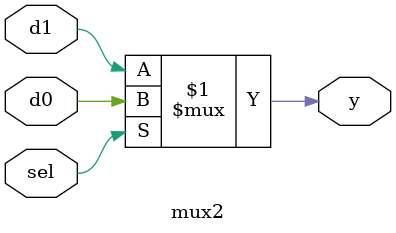
<source format=v>
module top_module (
    input c,
    input d,
    output [3:0] mux_in
); 
wire d_bar,candd,cord;
    mux2 inst1(0,1,d,d_bar);
    mux2 inst2(d,0,c,candd);
    mux2 inst3(1,d,c,cord);
    assign mux_in = {candd,d_bar,1'b0,cord};
endmodule

module mux2(input d0, d1, input sel, output y );
    assign y = sel?d0:d1;
endmodule


                

</source>
